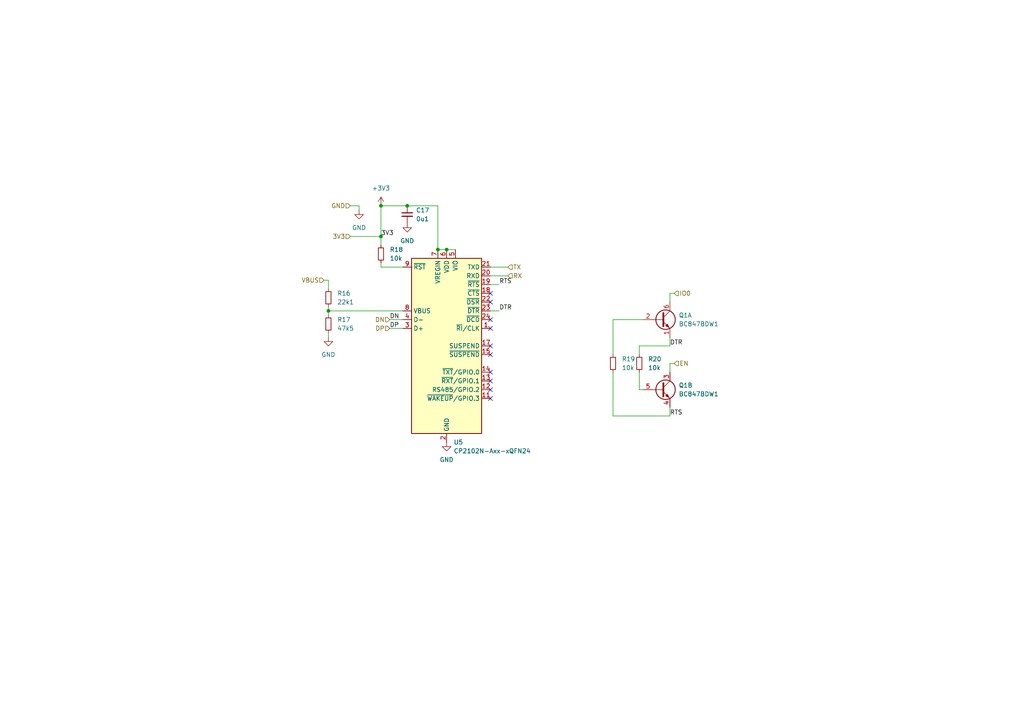
<source format=kicad_sch>
(kicad_sch (version 20211123) (generator eeschema)
  (paper "A4")
  (lib_symbols
    (symbol "Device:C_Small" (pin_numbers hide) (pin_names (offset 0.254) hide)
      (property "Reference" "C" (at 0.254 1.778 0))
      (property "Value" "C_Small" (at 0.254 -2.032 0))
      (symbol "C_Small_0_1"
        (polyline (pts (xy -1.524 -0.508) (xy 1.524 -0.508)) (stroke (width 0.3302)))
        (polyline (pts (xy -1.524 0.508) (xy 1.524 0.508)) (stroke (width 0.3048)))
      )
      (symbol "C_Small_1_1"
        (pin passive line (at 0 2.54 270) (length 2.032) (name "~") (number "1"))
        (pin passive line (at 0 -2.54 90) (length 2.032) (name "~") (number "2"))
      )
    )
    (symbol "Device:R_Small" (pin_numbers hide) (pin_names (offset 0.254) hide)
      (property "Reference" "R" (at 0.762 0.508 0))
      (property "Value" "R_Small" (at 0.762 -1.016 0))
      (symbol "R_Small_0_1"
        (rectangle (start -0.762 1.778) (end 0.762 -1.778) (stroke (width 0.2032)))
      )
      (symbol "R_Small_1_1"
        (pin passive line (at 0 2.54 270) (length 0.762) (name "~") (number "1"))
        (pin passive line (at 0 -2.54 90) (length 0.762) (name "~") (number "2"))
      )
    )
    (symbol "Interface_USB:CP2102N-Axx-xQFN24"
      (property "Reference" "U" (at -8.89 26.67 0))
      (property "Value" "CP2102N-Axx-xQFN24" (at 13.97 26.67 0))
      (symbol "CP2102N-Axx-xQFN24_0_1"
        (rectangle (start -10.16 25.4) (end 10.16 -25.4) (stroke (width 0.254)) (fill (type background)))
      )
      (symbol "CP2102N-Axx-xQFN24_1_1"
        (pin bidirectional line (at 12.7 5.08 180) (length 2.54) (name "~{RI}/CLK") (number "1"))
        (pin no_connect line (at -10.16 -22.86 0) (length 2.54) hide (name "NC") (number "10"))
        (pin bidirectional line (at 12.7 -15.24 180) (length 2.54) (name "~{WAKEUP}/GPIO.3") (number "11"))
        (pin bidirectional line (at 12.7 -12.7 180) (length 2.54) (name "RS485/GPIO.2") (number "12"))
        (pin bidirectional line (at 12.7 -10.16 180) (length 2.54) (name "~{RXT}/GPIO.1") (number "13"))
        (pin bidirectional line (at 12.7 -7.62 180) (length 2.54) (name "~{TXT}/GPIO.0") (number "14"))
        (pin output line (at 12.7 -2.54 180) (length 2.54) (name "~{SUSPEND}") (number "15"))
        (pin no_connect line (at 10.16 -22.86 180) (length 2.54) hide (name "NC") (number "16"))
        (pin output line (at 12.7 0 180) (length 2.54) (name "SUSPEND") (number "17"))
        (pin input line (at 12.7 15.24 180) (length 2.54) (name "~{CTS}") (number "18"))
        (pin output line (at 12.7 17.78 180) (length 2.54) (name "~{RTS}") (number "19"))
        (pin power_in line (at 0 -27.94 90) (length 2.54) (name "GND") (number "2"))
        (pin input line (at 12.7 20.32 180) (length 2.54) (name "RXD") (number "20"))
        (pin output line (at 12.7 22.86 180) (length 2.54) (name "TXD") (number "21"))
        (pin input line (at 12.7 12.7 180) (length 2.54) (name "~{DSR}") (number "22"))
        (pin output line (at 12.7 10.16 180) (length 2.54) (name "~{DTR}") (number "23"))
        (pin input line (at 12.7 7.62 180) (length 2.54) (name "~{DCD}") (number "24"))
        (pin passive line (at 0 -27.94 90) (length 2.54) hide (name "GND") (number "25"))
        (pin bidirectional line (at -12.7 5.08 0) (length 2.54) (name "D+") (number "3"))
        (pin bidirectional line (at -12.7 7.62 0) (length 2.54) (name "D-") (number "4"))
        (pin power_in line (at 2.54 27.94 270) (length 2.54) (name "VIO") (number "5"))
        (pin power_in line (at 0 27.94 270) (length 2.54) (name "VDD") (number "6"))
        (pin power_in line (at -2.54 27.94 270) (length 2.54) (name "VREGIN") (number "7"))
        (pin input line (at -12.7 10.16 0) (length 2.54) (name "VBUS") (number "8"))
        (pin input line (at -12.7 22.86 0) (length 2.54) (name "~{RST}") (number "9"))
      )
    )
    (symbol "Transistor_BJT:BC847BDW1" (pin_names (offset 0) hide)
      (property "Reference" "Q" (at 5.08 1.27 0))
      (property "Value" "BC847BDW1" (at 5.08 -1.27 0))
      (symbol "BC847BDW1_0_1"
        (polyline (pts (xy 0.635 0) (xy -2.54 0)))
        (polyline (pts (xy 0.635 0.635) (xy 2.54 2.54)))
        (polyline (pts (xy 0.635 -0.635) (xy 2.54 -2.54) (xy 2.54 -2.54)))
        (polyline (pts (xy 0.635 1.905) (xy 0.635 -1.905) (xy 0.635 -1.905)) (stroke (width 0.508)))
        (polyline (pts (xy 1.27 -1.778) (xy 1.778 -1.27) (xy 2.286 -2.286) (xy 1.27 -1.778) (xy 1.27 -1.778)) (fill (type outline)))
        (circle (center 1.27 0) (radius 2.8194) (stroke (width 0.254)))
      )
      (symbol "BC847BDW1_1_1"
        (pin passive line (at 2.54 -5.08 90) (length 2.54) (name "E1") (number "1"))
        (pin input line (at -5.08 0 0) (length 2.54) (name "B1") (number "2"))
        (pin passive line (at 2.54 5.08 270) (length 2.54) (name "C1") (number "6"))
      )
      (symbol "BC847BDW1_2_1"
        (pin passive line (at 2.54 5.08 270) (length 2.54) (name "C2") (number "3"))
        (pin passive line (at 2.54 -5.08 90) (length 2.54) (name "E2") (number "4"))
        (pin input line (at -5.08 0 0) (length 2.54) (name "B2") (number "5"))
      )
    )
    (symbol "power:+3V3" (power) (pin_names (offset 0))
      (property "Value" "+3V3" (at 0 3.556 0))
      (symbol "+3V3_0_1"
        (polyline (pts (xy -0.762 1.27) (xy 0 2.54)))
        (polyline (pts (xy 0 0) (xy 0 2.54)))
        (polyline (pts (xy 0 2.54) (xy 0.762 1.27)))
      )
      (symbol "+3V3_1_1"
        (pin power_in line (at 0 0 90) (length 0) hide (name "+3V3") (number "1"))
      )
    )
    (symbol "power:GND" (power) (pin_names (offset 0))
      (property "Value" "GND" (at 0 -3.81 0))
      (symbol "GND_0_1"
        (polyline (pts (xy 0 0) (xy 0 -1.27) (xy 1.27 -1.27) (xy 0 -2.54) (xy -1.27 -1.27) (xy 0 -1.27)))
      )
      (symbol "GND_1_1"
        (pin power_in line (at 0 0 270) (length 0) hide (name "GND") (number "1"))
      )
    )
  )
  (junction (at 110.49 68.58))
  (junction (at 127 72.39))
  (junction (at 110.49 59.69))
  (junction (at 118.11 59.69))
  (junction (at 95.25 90.17))
  (junction (at 129.54 72.39))
  (no_connect (at 142.24 92.71))
  (no_connect (at 142.24 95.25))
  (no_connect (at 142.24 102.87))
  (no_connect (at 142.24 115.57))
  (no_connect (at 142.24 113.03))
  (no_connect (at 142.24 110.49))
  (no_connect (at 142.24 107.95))
  (no_connect (at 142.24 100.33))
  (no_connect (at 142.24 85.09))
  (no_connect (at 142.24 87.63))
  (wire (pts (xy 194.31 100.33) (xy 185.42 100.33)))
  (wire (pts (xy 95.25 88.9) (xy 95.25 90.17)))
  (wire (pts (xy 104.14 59.69) (xy 104.14 60.96)))
  (wire (pts (xy 110.49 76.2) (xy 110.49 77.47)))
  (wire (pts (xy 195.58 85.09) (xy 194.31 85.09)))
  (wire (pts (xy 95.25 83.82) (xy 95.25 81.28)))
  (wire (pts (xy 118.11 59.69) (xy 110.49 59.69)))
  (wire (pts (xy 95.25 81.28) (xy 93.98 81.28)))
  (wire (pts (xy 101.6 59.69) (xy 104.14 59.69)))
  (wire (pts (xy 195.58 105.41) (xy 194.31 105.41)))
  (wire (pts (xy 142.24 82.55) (xy 144.78 82.55)))
  (wire (pts (xy 177.8 92.71) (xy 177.8 102.87)))
  (wire (pts (xy 113.03 95.25) (xy 116.84 95.25)))
  (wire (pts (xy 185.42 100.33) (xy 185.42 102.87)))
  (wire (pts (xy 177.8 107.95) (xy 177.8 120.65)))
  (wire (pts (xy 185.42 107.95) (xy 185.42 113.03)))
  (wire (pts (xy 95.25 90.17) (xy 95.25 91.44)))
  (wire (pts (xy 142.24 77.47) (xy 147.32 77.47)))
  (wire (pts (xy 110.49 59.69) (xy 110.49 68.58)))
  (wire (pts (xy 129.54 72.39) (xy 132.08 72.39)))
  (wire (pts (xy 118.11 59.69) (xy 127 59.69)))
  (wire (pts (xy 186.69 92.71) (xy 177.8 92.71)))
  (wire (pts (xy 110.49 68.58) (xy 110.49 71.12)))
  (wire (pts (xy 110.49 77.47) (xy 116.84 77.47)))
  (wire (pts (xy 127 59.69) (xy 127 72.39)))
  (wire (pts (xy 177.8 120.65) (xy 194.31 120.65)))
  (wire (pts (xy 194.31 85.09) (xy 194.31 87.63)))
  (wire (pts (xy 142.24 90.17) (xy 144.78 90.17)))
  (wire (pts (xy 95.25 96.52) (xy 95.25 97.79)))
  (wire (pts (xy 95.25 90.17) (xy 116.84 90.17)))
  (wire (pts (xy 142.24 80.01) (xy 147.32 80.01)))
  (wire (pts (xy 194.31 120.65) (xy 194.31 118.11)))
  (wire (pts (xy 113.03 92.71) (xy 116.84 92.71)))
  (wire (pts (xy 101.6 68.58) (xy 110.49 68.58)))
  (wire (pts (xy 185.42 113.03) (xy 186.69 113.03)))
  (wire (pts (xy 127 72.39) (xy 129.54 72.39)))
  (wire (pts (xy 194.31 105.41) (xy 194.31 107.95)))
  (wire (pts (xy 194.31 97.79) (xy 194.31 100.33)))
  (label "RTS" (at 144.78 82.55 0))
  (label "DN" (at 113.03 92.71 0))
  (label "DTR" (at 194.31 100.33 0))
  (label "DTR" (at 144.78 90.17 0))
  (label "DP" (at 113.03 95.25 0))
  (label "3V3" (at 110.49 68.58 0))
  (label "RTS" (at 194.31 120.65 0))
  (hierarchical_label "IO0" (shape input) (at 195.58 85.09 0))
  (hierarchical_label "3V3" (shape input) (at 101.6 68.58 180))
  (hierarchical_label "GND" (shape input) (at 101.6 59.69 180))
  (hierarchical_label "DN" (shape input) (at 113.03 92.71 180))
  (hierarchical_label "TX" (shape input) (at 147.32 77.47 0))
  (hierarchical_label "DP" (shape input) (at 113.03 95.25 180))
  (hierarchical_label "VBUS" (shape input) (at 93.98 81.28 180))
  (hierarchical_label "RX" (shape input) (at 147.32 80.01 0))
  (hierarchical_label "EN" (shape input) (at 195.58 105.41 0))
  (symbol (lib_id "power:GND") (at 95.25 97.79 0) (unit 1)
    (property "Reference" "#PWR033" (effects hide))
    (property "Value" "GND" (at 95.25 102.87 0))
  )
  (symbol (lib_id "Device:R_Small") (at 95.25 86.36 0) (unit 1)
    (property "Reference" "R16" (at 97.79 85.0899 0) (effects (justify left)))
    (property "Value" "22k1" (at 97.79 87.6299 0) (effects (justify left)))
    (property "Footprint" "Resistor_SMD:R_0603_1608Metric_Pad0.98x0.95mm_HandSolder" (effects hide))
  )
  (symbol (lib_id "power:GND") (at 104.14 60.96 0) (unit 1)
    (property "Reference" "#PWR034" (effects hide))
    (property "Value" "GND" (at 104.14 66.04 0))
  )
  (symbol (lib_id "power:+3V3") (at 110.49 59.69 0) (unit 1)
    (property "Reference" "#PWR035" (effects hide))
    (property "Value" "+3V3" (at 110.49 54.61 0))
  )
  (symbol (lib_id "power:GND") (at 118.11 64.77 0) (unit 1)
    (property "Reference" "#PWR036" (effects hide))
    (property "Value" "GND" (at 118.11 69.85 0))
  )
  (symbol (lib_id "Device:R_Small") (at 95.25 93.98 0) (unit 1)
    (property "Reference" "R17" (at 97.79 92.7099 0) (effects (justify left)))
    (property "Value" "47k5" (at 97.79 95.2499 0) (effects (justify left)))
    (property "Footprint" "Resistor_SMD:R_0603_1608Metric_Pad0.98x0.95mm_HandSolder" (effects hide))
  )
  (symbol (lib_id "Device:R_Small") (at 110.49 73.66 0) (unit 1)
    (property "Reference" "R18" (at 113.03 72.3899 0) (effects (justify left)))
    (property "Value" "10k" (at 113.03 74.9299 0) (effects (justify left)))
    (property "Footprint" "Resistor_SMD:R_0603_1608Metric_Pad0.98x0.95mm_HandSolder" (effects hide))
  )
  (symbol (lib_id "Interface_USB:CP2102N-Axx-xQFN24") (at 129.54 100.33 0) (unit 1)
    (property "Reference" "U5" (at 131.5594 128.27 0) (effects (justify left)))
    (property "Value" "CP2102N-Axx-xQFN24" (at 131.5594 130.81 0) (effects (justify left)))
    (property "Footprint" "Package_DFN_QFN:QFN-24-1EP_4x4mm_P0.5mm_EP2.6x2.6mm" (effects hide))
    (property "Datasheet" "https://www.silabs.com/documents/public/data-sheets/cp2102n-datasheet.pdf" (effects hide))
  )
  (symbol (lib_id "Device:R_Small") (at 177.8 105.41 0) (unit 1)
    (property "Reference" "R19" (at 180.34 104.1399 0) (effects (justify left)))
    (property "Value" "10k" (at 180.34 106.6799 0) (effects (justify left)))
    (property "Footprint" "Resistor_SMD:R_0603_1608Metric_Pad0.98x0.95mm_HandSolder" (effects hide))
  )
  (symbol (lib_id "Transistor_BJT:BC847BDW1") (at 191.77 92.71 0) (unit 1)
    (property "Reference" "Q1" (at 196.85 91.4399 0) (effects (justify left)))
    (property "Value" "BC847BDW1" (at 196.85 93.9799 0) (effects (justify left)))
    (property "Footprint" "Package_TO_SOT_SMD:SOT-363_SC-70-6" (effects hide))
    (property "Datasheet" "http://www.onsemi.com/pub_link/Collateral/BC846BDW1T1-D.PDF" (effects hide))
  )
  (symbol (lib_id "Device:R_Small") (at 185.42 105.41 0) (unit 1)
    (property "Reference" "R20" (at 187.96 104.1399 0) (effects (justify left)))
    (property "Value" "10k" (at 187.96 106.6799 0) (effects (justify left)))
    (property "Footprint" "Resistor_SMD:R_0603_1608Metric_Pad0.98x0.95mm_HandSolder" (effects hide))
  )
  (symbol (lib_id "Transistor_BJT:BC847BDW1") (at 191.77 113.03 0) (unit 2)
    (property "Reference" "Q1" (at 196.85 111.7599 0) (effects (justify left)))
    (property "Value" "BC847BDW1" (at 196.85 114.2999 0) (effects (justify left)))
    (property "Footprint" "Package_TO_SOT_SMD:SOT-363_SC-70-6" (effects hide))
    (property "Datasheet" "http://www.onsemi.com/pub_link/Collateral/BC846BDW1T1-D.PDF" (effects hide))
  )
  (symbol (lib_id "power:GND") (at 129.54 128.27 0) (unit 1)
    (property "Reference" "#PWR037" (effects hide))
    (property "Value" "GND" (at 129.54 133.35 0))
  )
  (symbol (lib_id "Device:C_Small") (at 118.11 62.23 0) (unit 1)
    (property "Reference" "C17" (at 120.65 60.9662 0) (effects (justify left)))
    (property "Value" "0u1" (at 120.65 63.5062 0) (effects (justify left)))
    (property "Footprint" "Capacitor_SMD:C_0603_1608Metric_Pad1.08x0.95mm_HandSolder" (effects hide))
  )
)
</source>
